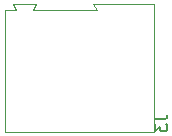
<source format=gbr>
G04 #@! TF.FileFunction,Legend,Bot*
%FSLAX46Y46*%
G04 Gerber Fmt 4.6, Leading zero omitted, Abs format (unit mm)*
G04 Created by KiCad (PCBNEW 4.0.6) date 05/21/18 13:30:20*
%MOMM*%
%LPD*%
G01*
G04 APERTURE LIST*
%ADD10C,0.100000*%
%ADD11C,0.120000*%
%ADD12C,0.150000*%
G04 APERTURE END LIST*
D10*
D11*
X176480000Y-146160000D02*
X163880000Y-146160000D01*
X163880000Y-146160000D02*
X163880000Y-135810000D01*
X163880000Y-135810000D02*
X164830000Y-135810000D01*
X164830000Y-135810000D02*
X164580000Y-135310000D01*
X164580000Y-135310000D02*
X166480000Y-135310000D01*
X166480000Y-135310000D02*
X166530000Y-135310000D01*
X166530000Y-135310000D02*
X166280000Y-135810000D01*
X166280000Y-135810000D02*
X171680000Y-135810000D01*
X171680000Y-135810000D02*
X171380000Y-135310000D01*
X171380000Y-135310000D02*
X176480000Y-135310000D01*
X176480000Y-135310000D02*
X176480000Y-146160000D01*
D12*
X176622381Y-145096667D02*
X177336667Y-145096667D01*
X177479524Y-145049047D01*
X177574762Y-144953809D01*
X177622381Y-144810952D01*
X177622381Y-144715714D01*
X176622381Y-145477619D02*
X176622381Y-146096667D01*
X177003333Y-145763333D01*
X177003333Y-145906191D01*
X177050952Y-146001429D01*
X177098571Y-146049048D01*
X177193810Y-146096667D01*
X177431905Y-146096667D01*
X177527143Y-146049048D01*
X177574762Y-146001429D01*
X177622381Y-145906191D01*
X177622381Y-145620476D01*
X177574762Y-145525238D01*
X177527143Y-145477619D01*
M02*

</source>
